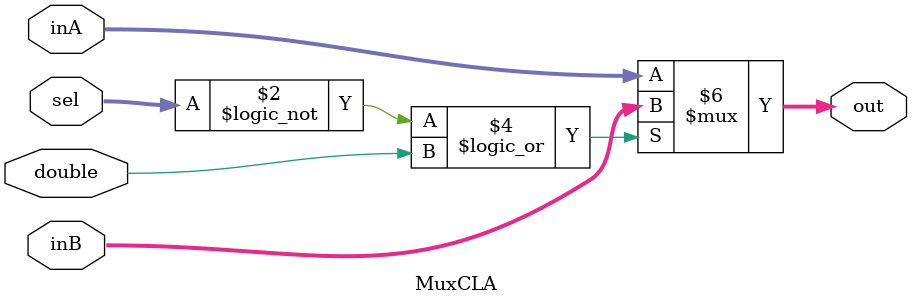
<source format=v>
`timescale 1ns / 1ps
module MuxCLA(
		output reg [31:0] out, 
		input [31:0] inA, 
		input [31:0] inB,
		input [2:0] sel,
		input double
		);

	always@(inA,inB,sel, double)begin
	
		if(sel==3'b000 || double == 1)begin
			out <= inB;
		end
		
		else begin
			out <= inA;
		end
		
	end



endmodule

</source>
